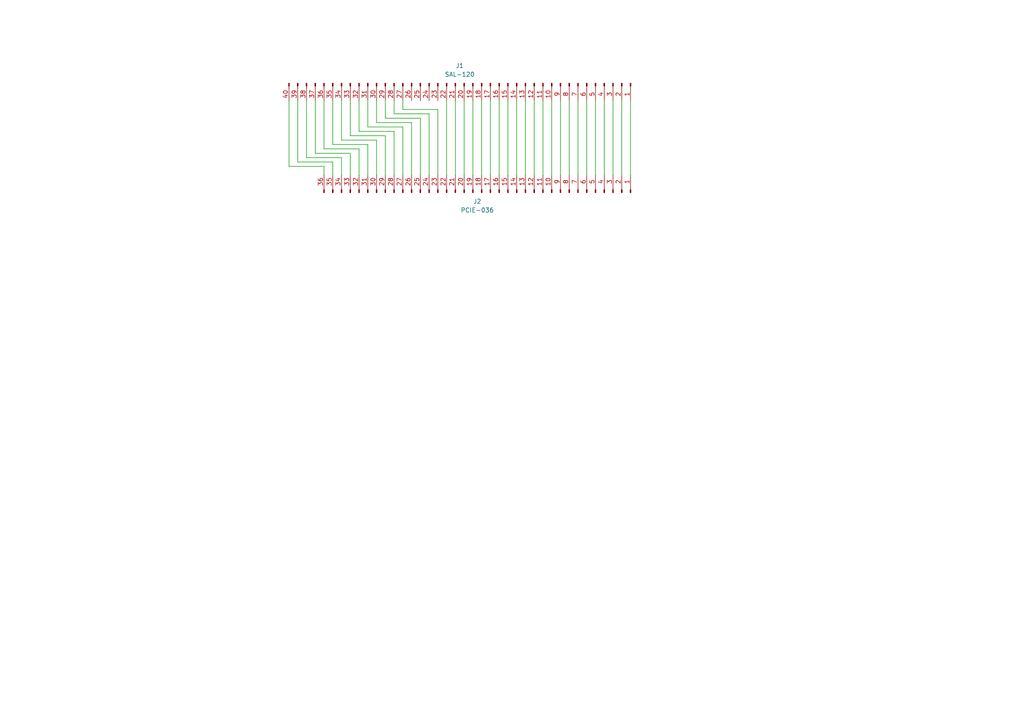
<source format=kicad_sch>
(kicad_sch (version 20250114) (generator "eeschema") (generator_version "9.0")
  (paper "A4")
  (lib_symbols
    (symbol "Connector:Conn_01x36_Pin" (pin_names (offset 1.016) (hide yes))
      (property "Reference" "J" (at 0 45.72 0))
      (property "Value" "Conn_01x36_Pin" (at 0 -48.26 0))
      (symbol "Conn_01x36_Pin_1_1"
        (rectangle (start 0.8636 43.307) (end 0 43.053) (stroke (width 0.1524)) (fill (type outline)))
        (rectangle (start 0.8636 40.767) (end 0 40.513) (stroke (width 0.1524)) (fill (type outline)))
        (rectangle (start 0.8636 38.227) (end 0 37.973) (stroke (width 0.1524)) (fill (type outline)))
        (rectangle (start 0.8636 35.687) (end 0 35.433) (stroke (width 0.1524)) (fill (type outline)))
        (rectangle (start 0.8636 33.147) (end 0 32.893) (stroke (width 0.1524)) (fill (type outline)))
        (rectangle (start 0.8636 30.607) (end 0 30.353) (stroke (width 0.1524)) (fill (type outline)))
        (rectangle (start 0.8636 28.067) (end 0 27.813) (stroke (width 0.1524)) (fill (type outline)))
        (rectangle (start 0.8636 25.527) (end 0 25.273) (stroke (width 0.1524)) (fill (type outline)))
        (rectangle (start 0.8636 22.987) (end 0 22.733) (stroke (width 0.1524)) (fill (type outline)))
        (rectangle (start 0.8636 20.447) (end 0 20.193) (stroke (width 0.1524)) (fill (type outline)))
        (rectangle (start 0.8636 17.907) (end 0 17.653) (stroke (width 0.1524)) (fill (type outline)))
        (rectangle (start 0.8636 15.367) (end 0 15.113) (stroke (width 0.1524)) (fill (type outline)))
        (rectangle (start 0.8636 12.827) (end 0 12.573) (stroke (width 0.1524)) (fill (type outline)))
        (rectangle (start 0.8636 10.287) (end 0 10.033) (stroke (width 0.1524)) (fill (type outline)))
        (rectangle (start 0.8636 7.747) (end 0 7.493) (stroke (width 0.1524)) (fill (type outline)))
        (rectangle (start 0.8636 5.207) (end 0 4.953) (stroke (width 0.1524)) (fill (type outline)))
        (rectangle (start 0.8636 2.667) (end 0 2.413) (stroke (width 0.1524)) (fill (type outline)))
        (rectangle (start 0.8636 0.127) (end 0 -0.127) (stroke (width 0.1524)) (fill (type outline)))
        (rectangle (start 0.8636 -2.413) (end 0 -2.667) (stroke (width 0.1524)) (fill (type outline)))
        (rectangle (start 0.8636 -4.953) (end 0 -5.207) (stroke (width 0.1524)) (fill (type outline)))
        (rectangle (start 0.8636 -7.493) (end 0 -7.747) (stroke (width 0.1524)) (fill (type outline)))
        (rectangle (start 0.8636 -10.033) (end 0 -10.287) (stroke (width 0.1524)) (fill (type outline)))
        (rectangle (start 0.8636 -12.573) (end 0 -12.827) (stroke (width 0.1524)) (fill (type outline)))
        (rectangle (start 0.8636 -15.113) (end 0 -15.367) (stroke (width 0.1524)) (fill (type outline)))
        (rectangle (start 0.8636 -17.653) (end 0 -17.907) (stroke (width 0.1524)) (fill (type outline)))
        (rectangle (start 0.8636 -20.193) (end 0 -20.447) (stroke (width 0.1524)) (fill (type outline)))
        (rectangle (start 0.8636 -22.733) (end 0 -22.987) (stroke (width 0.1524)) (fill (type outline)))
        (rectangle (start 0.8636 -25.273) (end 0 -25.527) (stroke (width 0.1524)) (fill (type outline)))
        (rectangle (start 0.8636 -27.813) (end 0 -28.067) (stroke (width 0.1524)) (fill (type outline)))
        (rectangle (start 0.8636 -30.353) (end 0 -30.607) (stroke (width 0.1524)) (fill (type outline)))
        (rectangle (start 0.8636 -32.893) (end 0 -33.147) (stroke (width 0.1524)) (fill (type outline)))
        (rectangle (start 0.8636 -35.433) (end 0 -35.687) (stroke (width 0.1524)) (fill (type outline)))
        (rectangle (start 0.8636 -37.973) (end 0 -38.227) (stroke (width 0.1524)) (fill (type outline)))
        (rectangle (start 0.8636 -40.513) (end 0 -40.767) (stroke (width 0.1524)) (fill (type outline)))
        (rectangle (start 0.8636 -43.053) (end 0 -43.307) (stroke (width 0.1524)) (fill (type outline)))
        (rectangle (start 0.8636 -45.593) (end 0 -45.847) (stroke (width 0.1524)) (fill (type outline)))
        (polyline (pts (xy 1.27 43.18) (xy 0.8636 43.18)) (stroke (width 0.1524)))
        (polyline (pts (xy 1.27 40.64) (xy 0.8636 40.64)) (stroke (width 0.1524)))
        (polyline (pts (xy 1.27 38.1) (xy 0.8636 38.1)) (stroke (width 0.1524)))
        (polyline (pts (xy 1.27 35.56) (xy 0.8636 35.56)) (stroke (width 0.1524)))
        (polyline (pts (xy 1.27 33.02) (xy 0.8636 33.02)) (stroke (width 0.1524)))
        (polyline (pts (xy 1.27 30.48) (xy 0.8636 30.48)) (stroke (width 0.1524)))
        (polyline (pts (xy 1.27 27.94) (xy 0.8636 27.94)) (stroke (width 0.1524)))
        (polyline (pts (xy 1.27 25.4) (xy 0.8636 25.4)) (stroke (width 0.1524)))
        (polyline (pts (xy 1.27 22.86) (xy 0.8636 22.86)) (stroke (width 0.1524)))
        (polyline (pts (xy 1.27 20.32) (xy 0.8636 20.32)) (stroke (width 0.1524)))
        (polyline (pts (xy 1.27 17.78) (xy 0.8636 17.78)) (stroke (width 0.1524)))
        (polyline (pts (xy 1.27 15.24) (xy 0.8636 15.24)) (stroke (width 0.1524)))
        (polyline (pts (xy 1.27 12.7) (xy 0.8636 12.7)) (stroke (width 0.1524)))
        (polyline (pts (xy 1.27 10.16) (xy 0.8636 10.16)) (stroke (width 0.1524)))
        (polyline (pts (xy 1.27 7.62) (xy 0.8636 7.62)) (stroke (width 0.1524)))
        (polyline (pts (xy 1.27 5.08) (xy 0.8636 5.08)) (stroke (width 0.1524)))
        (polyline (pts (xy 1.27 2.54) (xy 0.8636 2.54)) (stroke (width 0.1524)))
        (polyline (pts (xy 1.27 0) (xy 0.8636 0)) (stroke (width 0.1524)))
        (polyline (pts (xy 1.27 -2.54) (xy 0.8636 -2.54)) (stroke (width 0.1524)))
        (polyline (pts (xy 1.27 -5.08) (xy 0.8636 -5.08)) (stroke (width 0.1524)))
        (polyline (pts (xy 1.27 -7.62) (xy 0.8636 -7.62)) (stroke (width 0.1524)))
        (polyline (pts (xy 1.27 -10.16) (xy 0.8636 -10.16)) (stroke (width 0.1524)))
        (polyline (pts (xy 1.27 -12.7) (xy 0.8636 -12.7)) (stroke (width 0.1524)))
        (polyline (pts (xy 1.27 -15.24) (xy 0.8636 -15.24)) (stroke (width 0.1524)))
        (polyline (pts (xy 1.27 -17.78) (xy 0.8636 -17.78)) (stroke (width 0.1524)))
        (polyline (pts (xy 1.27 -20.32) (xy 0.8636 -20.32)) (stroke (width 0.1524)))
        (polyline (pts (xy 1.27 -22.86) (xy 0.8636 -22.86)) (stroke (width 0.1524)))
        (polyline (pts (xy 1.27 -25.4) (xy 0.8636 -25.4)) (stroke (width 0.1524)))
        (polyline (pts (xy 1.27 -27.94) (xy 0.8636 -27.94)) (stroke (width 0.1524)))
        (polyline (pts (xy 1.27 -30.48) (xy 0.8636 -30.48)) (stroke (width 0.1524)))
        (polyline (pts (xy 1.27 -33.02) (xy 0.8636 -33.02)) (stroke (width 0.1524)))
        (polyline (pts (xy 1.27 -35.56) (xy 0.8636 -35.56)) (stroke (width 0.1524)))
        (polyline (pts (xy 1.27 -38.1) (xy 0.8636 -38.1)) (stroke (width 0.1524)))
        (polyline (pts (xy 1.27 -40.64) (xy 0.8636 -40.64)) (stroke (width 0.1524)))
        (polyline (pts (xy 1.27 -43.18) (xy 0.8636 -43.18)) (stroke (width 0.1524)))
        (polyline (pts (xy 1.27 -45.72) (xy 0.8636 -45.72)) (stroke (width 0.1524)))
        (pin passive line (at 5.08 43.18 180) (length 3.81) (name "Pin_1") (number "1"))
        (pin passive line (at 5.08 40.64 180) (length 3.81) (name "Pin_2") (number "2"))
        (pin passive line (at 5.08 38.1 180) (length 3.81) (name "Pin_3") (number "3"))
        (pin passive line (at 5.08 35.56 180) (length 3.81) (name "Pin_4") (number "4"))
        (pin passive line (at 5.08 33.02 180) (length 3.81) (name "Pin_5") (number "5"))
        (pin passive line (at 5.08 30.48 180) (length 3.81) (name "Pin_6") (number "6"))
        (pin passive line (at 5.08 27.94 180) (length 3.81) (name "Pin_7") (number "7"))
        (pin passive line (at 5.08 25.4 180) (length 3.81) (name "Pin_8") (number "8"))
        (pin passive line (at 5.08 22.86 180) (length 3.81) (name "Pin_9") (number "9"))
        (pin passive line (at 5.08 20.32 180) (length 3.81) (name "Pin_10") (number "10"))
        (pin passive line (at 5.08 17.78 180) (length 3.81) (name "Pin_11") (number "11"))
        (pin passive line (at 5.08 15.24 180) (length 3.81) (name "Pin_12") (number "12"))
        (pin passive line (at 5.08 12.7 180) (length 3.81) (name "Pin_13") (number "13"))
        (pin passive line (at 5.08 10.16 180) (length 3.81) (name "Pin_14") (number "14"))
        (pin passive line (at 5.08 7.62 180) (length 3.81) (name "Pin_15") (number "15"))
        (pin passive line (at 5.08 5.08 180) (length 3.81) (name "Pin_16") (number "16"))
        (pin passive line (at 5.08 2.54 180) (length 3.81) (name "Pin_17") (number "17"))
        (pin passive line (at 5.08 0 180) (length 3.81) (name "Pin_18") (number "18"))
        (pin passive line (at 5.08 -2.54 180) (length 3.81) (name "Pin_19") (number "19"))
        (pin passive line (at 5.08 -5.08 180) (length 3.81) (name "Pin_20") (number "20"))
        (pin passive line (at 5.08 -7.62 180) (length 3.81) (name "Pin_21") (number "21"))
        (pin passive line (at 5.08 -10.16 180) (length 3.81) (name "Pin_22") (number "22"))
        (pin passive line (at 5.08 -12.7 180) (length 3.81) (name "Pin_23") (number "23"))
        (pin passive line (at 5.08 -15.24 180) (length 3.81) (name "Pin_24") (number "24"))
        (pin passive line (at 5.08 -17.78 180) (length 3.81) (name "Pin_25") (number "25"))
        (pin passive line (at 5.08 -20.32 180) (length 3.81) (name "Pin_26") (number "26"))
        (pin passive line (at 5.08 -22.86 180) (length 3.81) (name "Pin_27") (number "27"))
        (pin passive line (at 5.08 -25.4 180) (length 3.81) (name "Pin_28") (number "28"))
        (pin passive line (at 5.08 -27.94 180) (length 3.81) (name "Pin_29") (number "29"))
        (pin passive line (at 5.08 -30.48 180) (length 3.81) (name "Pin_30") (number "30"))
        (pin passive line (at 5.08 -33.02 180) (length 3.81) (name "Pin_31") (number "31"))
        (pin passive line (at 5.08 -35.56 180) (length 3.81) (name "Pin_32") (number "32"))
        (pin passive line (at 5.08 -38.1 180) (length 3.81) (name "Pin_33") (number "33"))
        (pin passive line (at 5.08 -40.64 180) (length 3.81) (name "Pin_34") (number "34"))
        (pin passive line (at 5.08 -43.18 180) (length 3.81) (name "Pin_35") (number "35"))
        (pin passive line (at 5.08 -45.72 180) (length 3.81) (name "Pin_36") (number "36"))
      )
    )
    (symbol "Connector:Conn_01x40_Pin" (pin_names (offset 1.016) (hide yes))
      (property "Reference" "J" (at 0 50.8 0))
      (property "Value" "Conn_01x40_Pin" (at 0 -53.34 0))
      (symbol "Conn_01x40_Pin_1_1"
        (rectangle (start 0.8636 48.387) (end 0 48.133) (stroke (width 0.1524)) (fill (type outline)))
        (rectangle (start 0.8636 45.847) (end 0 45.593) (stroke (width 0.1524)) (fill (type outline)))
        (rectangle (start 0.8636 43.307) (end 0 43.053) (stroke (width 0.1524)) (fill (type outline)))
        (rectangle (start 0.8636 40.767) (end 0 40.513) (stroke (width 0.1524)) (fill (type outline)))
        (rectangle (start 0.8636 38.227) (end 0 37.973) (stroke (width 0.1524)) (fill (type outline)))
        (rectangle (start 0.8636 35.687) (end 0 35.433) (stroke (width 0.1524)) (fill (type outline)))
        (rectangle (start 0.8636 33.147) (end 0 32.893) (stroke (width 0.1524)) (fill (type outline)))
        (rectangle (start 0.8636 30.607) (end 0 30.353) (stroke (width 0.1524)) (fill (type outline)))
        (rectangle (start 0.8636 28.067) (end 0 27.813) (stroke (width 0.1524)) (fill (type outline)))
        (rectangle (start 0.8636 25.527) (end 0 25.273) (stroke (width 0.1524)) (fill (type outline)))
        (rectangle (start 0.8636 22.987) (end 0 22.733) (stroke (width 0.1524)) (fill (type outline)))
        (rectangle (start 0.8636 20.447) (end 0 20.193) (stroke (width 0.1524)) (fill (type outline)))
        (rectangle (start 0.8636 17.907) (end 0 17.653) (stroke (width 0.1524)) (fill (type outline)))
        (rectangle (start 0.8636 15.367) (end 0 15.113) (stroke (width 0.1524)) (fill (type outline)))
        (rectangle (start 0.8636 12.827) (end 0 12.573) (stroke (width 0.1524)) (fill (type outline)))
        (rectangle (start 0.8636 10.287) (end 0 10.033) (stroke (width 0.1524)) (fill (type outline)))
        (rectangle (start 0.8636 7.747) (end 0 7.493) (stroke (width 0.1524)) (fill (type outline)))
        (rectangle (start 0.8636 5.207) (end 0 4.953) (stroke (width 0.1524)) (fill (type outline)))
        (rectangle (start 0.8636 2.667) (end 0 2.413) (stroke (width 0.1524)) (fill (type outline)))
        (rectangle (start 0.8636 0.127) (end 0 -0.127) (stroke (width 0.1524)) (fill (type outline)))
        (rectangle (start 0.8636 -2.413) (end 0 -2.667) (stroke (width 0.1524)) (fill (type outline)))
        (rectangle (start 0.8636 -4.953) (end 0 -5.207) (stroke (width 0.1524)) (fill (type outline)))
        (rectangle (start 0.8636 -7.493) (end 0 -7.747) (stroke (width 0.1524)) (fill (type outline)))
        (rectangle (start 0.8636 -10.033) (end 0 -10.287) (stroke (width 0.1524)) (fill (type outline)))
        (rectangle (start 0.8636 -12.573) (end 0 -12.827) (stroke (width 0.1524)) (fill (type outline)))
        (rectangle (start 0.8636 -15.113) (end 0 -15.367) (stroke (width 0.1524)) (fill (type outline)))
        (rectangle (start 0.8636 -17.653) (end 0 -17.907) (stroke (width 0.1524)) (fill (type outline)))
        (rectangle (start 0.8636 -20.193) (end 0 -20.447) (stroke (width 0.1524)) (fill (type outline)))
        (rectangle (start 0.8636 -22.733) (end 0 -22.987) (stroke (width 0.1524)) (fill (type outline)))
        (rectangle (start 0.8636 -25.273) (end 0 -25.527) (stroke (width 0.1524)) (fill (type outline)))
        (rectangle (start 0.8636 -27.813) (end 0 -28.067) (stroke (width 0.1524)) (fill (type outline)))
        (rectangle (start 0.8636 -30.353) (end 0 -30.607) (stroke (width 0.1524)) (fill (type outline)))
        (rectangle (start 0.8636 -32.893) (end 0 -33.147) (stroke (width 0.1524)) (fill (type outline)))
        (rectangle (start 0.8636 -35.433) (end 0 -35.687) (stroke (width 0.1524)) (fill (type outline)))
        (rectangle (start 0.8636 -37.973) (end 0 -38.227) (stroke (width 0.1524)) (fill (type outline)))
        (rectangle (start 0.8636 -40.513) (end 0 -40.767) (stroke (width 0.1524)) (fill (type outline)))
        (rectangle (start 0.8636 -43.053) (end 0 -43.307) (stroke (width 0.1524)) (fill (type outline)))
        (rectangle (start 0.8636 -45.593) (end 0 -45.847) (stroke (width 0.1524)) (fill (type outline)))
        (rectangle (start 0.8636 -48.133) (end 0 -48.387) (stroke (width 0.1524)) (fill (type outline)))
        (rectangle (start 0.8636 -50.673) (end 0 -50.927) (stroke (width 0.1524)) (fill (type outline)))
        (polyline (pts (xy 1.27 48.26) (xy 0.8636 48.26)) (stroke (width 0.1524)))
        (polyline (pts (xy 1.27 45.72) (xy 0.8636 45.72)) (stroke (width 0.1524)))
        (polyline (pts (xy 1.27 43.18) (xy 0.8636 43.18)) (stroke (width 0.1524)))
        (polyline (pts (xy 1.27 40.64) (xy 0.8636 40.64)) (stroke (width 0.1524)))
        (polyline (pts (xy 1.27 38.1) (xy 0.8636 38.1)) (stroke (width 0.1524)))
        (polyline (pts (xy 1.27 35.56) (xy 0.8636 35.56)) (stroke (width 0.1524)))
        (polyline (pts (xy 1.27 33.02) (xy 0.8636 33.02)) (stroke (width 0.1524)))
        (polyline (pts (xy 1.27 30.48) (xy 0.8636 30.48)) (stroke (width 0.1524)))
        (polyline (pts (xy 1.27 27.94) (xy 0.8636 27.94)) (stroke (width 0.1524)))
        (polyline (pts (xy 1.27 25.4) (xy 0.8636 25.4)) (stroke (width 0.1524)))
        (polyline (pts (xy 1.27 22.86) (xy 0.8636 22.86)) (stroke (width 0.1524)))
        (polyline (pts (xy 1.27 20.32) (xy 0.8636 20.32)) (stroke (width 0.1524)))
        (polyline (pts (xy 1.27 17.78) (xy 0.8636 17.78)) (stroke (width 0.1524)))
        (polyline (pts (xy 1.27 15.24) (xy 0.8636 15.24)) (stroke (width 0.1524)))
        (polyline (pts (xy 1.27 12.7) (xy 0.8636 12.7)) (stroke (width 0.1524)))
        (polyline (pts (xy 1.27 10.16) (xy 0.8636 10.16)) (stroke (width 0.1524)))
        (polyline (pts (xy 1.27 7.62) (xy 0.8636 7.62)) (stroke (width 0.1524)))
        (polyline (pts (xy 1.27 5.08) (xy 0.8636 5.08)) (stroke (width 0.1524)))
        (polyline (pts (xy 1.27 2.54) (xy 0.8636 2.54)) (stroke (width 0.1524)))
        (polyline (pts (xy 1.27 0) (xy 0.8636 0)) (stroke (width 0.1524)))
        (polyline (pts (xy 1.27 -2.54) (xy 0.8636 -2.54)) (stroke (width 0.1524)))
        (polyline (pts (xy 1.27 -5.08) (xy 0.8636 -5.08)) (stroke (width 0.1524)))
        (polyline (pts (xy 1.27 -7.62) (xy 0.8636 -7.62)) (stroke (width 0.1524)))
        (polyline (pts (xy 1.27 -10.16) (xy 0.8636 -10.16)) (stroke (width 0.1524)))
        (polyline (pts (xy 1.27 -12.7) (xy 0.8636 -12.7)) (stroke (width 0.1524)))
        (polyline (pts (xy 1.27 -15.24) (xy 0.8636 -15.24)) (stroke (width 0.1524)))
        (polyline (pts (xy 1.27 -17.78) (xy 0.8636 -17.78)) (stroke (width 0.1524)))
        (polyline (pts (xy 1.27 -20.32) (xy 0.8636 -20.32)) (stroke (width 0.1524)))
        (polyline (pts (xy 1.27 -22.86) (xy 0.8636 -22.86)) (stroke (width 0.1524)))
        (polyline (pts (xy 1.27 -25.4) (xy 0.8636 -25.4)) (stroke (width 0.1524)))
        (polyline (pts (xy 1.27 -27.94) (xy 0.8636 -27.94)) (stroke (width 0.1524)))
        (polyline (pts (xy 1.27 -30.48) (xy 0.8636 -30.48)) (stroke (width 0.1524)))
        (polyline (pts (xy 1.27 -33.02) (xy 0.8636 -33.02)) (stroke (width 0.1524)))
        (polyline (pts (xy 1.27 -35.56) (xy 0.8636 -35.56)) (stroke (width 0.1524)))
        (polyline (pts (xy 1.27 -38.1) (xy 0.8636 -38.1)) (stroke (width 0.1524)))
        (polyline (pts (xy 1.27 -40.64) (xy 0.8636 -40.64)) (stroke (width 0.1524)))
        (polyline (pts (xy 1.27 -43.18) (xy 0.8636 -43.18)) (stroke (width 0.1524)))
        (polyline (pts (xy 1.27 -45.72) (xy 0.8636 -45.72)) (stroke (width 0.1524)))
        (polyline (pts (xy 1.27 -48.26) (xy 0.8636 -48.26)) (stroke (width 0.1524)))
        (polyline (pts (xy 1.27 -50.8) (xy 0.8636 -50.8)) (stroke (width 0.1524)))
        (pin passive line (at 5.08 48.26 180) (length 3.81) (name "Pin_1") (number "1"))
        (pin passive line (at 5.08 45.72 180) (length 3.81) (name "Pin_2") (number "2"))
        (pin passive line (at 5.08 43.18 180) (length 3.81) (name "Pin_3") (number "3"))
        (pin passive line (at 5.08 40.64 180) (length 3.81) (name "Pin_4") (number "4"))
        (pin passive line (at 5.08 38.1 180) (length 3.81) (name "Pin_5") (number "5"))
        (pin passive line (at 5.08 35.56 180) (length 3.81) (name "Pin_6") (number "6"))
        (pin passive line (at 5.08 33.02 180) (length 3.81) (name "Pin_7") (number "7"))
        (pin passive line (at 5.08 30.48 180) (length 3.81) (name "Pin_8") (number "8"))
        (pin passive line (at 5.08 27.94 180) (length 3.81) (name "Pin_9") (number "9"))
        (pin passive line (at 5.08 25.4 180) (length 3.81) (name "Pin_10") (number "10"))
        (pin passive line (at 5.08 22.86 180) (length 3.81) (name "Pin_11") (number "11"))
        (pin passive line (at 5.08 20.32 180) (length 3.81) (name "Pin_12") (number "12"))
        (pin passive line (at 5.08 17.78 180) (length 3.81) (name "Pin_13") (number "13"))
        (pin passive line (at 5.08 15.24 180) (length 3.81) (name "Pin_14") (number "14"))
        (pin passive line (at 5.08 12.7 180) (length 3.81) (name "Pin_15") (number "15"))
        (pin passive line (at 5.08 10.16 180) (length 3.81) (name "Pin_16") (number "16"))
        (pin passive line (at 5.08 7.62 180) (length 3.81) (name "Pin_17") (number "17"))
        (pin passive line (at 5.08 5.08 180) (length 3.81) (name "Pin_18") (number "18"))
        (pin passive line (at 5.08 2.54 180) (length 3.81) (name "Pin_19") (number "19"))
        (pin passive line (at 5.08 0 180) (length 3.81) (name "Pin_20") (number "20"))
        (pin passive line (at 5.08 -2.54 180) (length 3.81) (name "Pin_21") (number "21"))
        (pin passive line (at 5.08 -5.08 180) (length 3.81) (name "Pin_22") (number "22"))
        (pin passive line (at 5.08 -7.62 180) (length 3.81) (name "Pin_23") (number "23"))
        (pin passive line (at 5.08 -10.16 180) (length 3.81) (name "Pin_24") (number "24"))
        (pin passive line (at 5.08 -12.7 180) (length 3.81) (name "Pin_25") (number "25"))
        (pin passive line (at 5.08 -15.24 180) (length 3.81) (name "Pin_26") (number "26"))
        (pin passive line (at 5.08 -17.78 180) (length 3.81) (name "Pin_27") (number "27"))
        (pin passive line (at 5.08 -20.32 180) (length 3.81) (name "Pin_28") (number "28"))
        (pin passive line (at 5.08 -22.86 180) (length 3.81) (name "Pin_29") (number "29"))
        (pin passive line (at 5.08 -25.4 180) (length 3.81) (name "Pin_30") (number "30"))
        (pin passive line (at 5.08 -27.94 180) (length 3.81) (name "Pin_31") (number "31"))
        (pin passive line (at 5.08 -30.48 180) (length 3.81) (name "Pin_32") (number "32"))
        (pin passive line (at 5.08 -33.02 180) (length 3.81) (name "Pin_33") (number "33"))
        (pin passive line (at 5.08 -35.56 180) (length 3.81) (name "Pin_34") (number "34"))
        (pin passive line (at 5.08 -38.1 180) (length 3.81) (name "Pin_35") (number "35"))
        (pin passive line (at 5.08 -40.64 180) (length 3.81) (name "Pin_36") (number "36"))
        (pin passive line (at 5.08 -43.18 180) (length 3.81) (name "Pin_37") (number "37"))
        (pin passive line (at 5.08 -45.72 180) (length 3.81) (name "Pin_38") (number "38"))
        (pin passive line (at 5.08 -48.26 180) (length 3.81) (name "Pin_39") (number "39"))
        (pin passive line (at 5.08 -50.8 180) (length 3.81) (name "Pin_40") (number "40"))
      )
    )
  )
  (wire (pts (xy 101.6 50.8) (xy 101.6 44.45)))
  (wire (pts (xy 142.24 29.21) (xy 142.24 50.8)))
  (wire (pts (xy 104.14 50.8) (xy 104.14 43.18)))
  (wire (pts (xy 111.76 50.8) (xy 111.76 39.37)))
  (wire (pts (xy 109.22 40.64) (xy 99.06 40.64)))
  (wire (pts (xy 132.08 29.21) (xy 132.08 50.8)))
  (wire (pts (xy 93.98 43.18) (xy 93.98 29.21)))
  (wire (pts (xy 134.62 29.21) (xy 134.62 50.8)))
  (wire (pts (xy 86.36 46.99) (xy 86.36 29.21)))
  (wire (pts (xy 144.78 29.21) (xy 144.78 50.8)))
  (wire (pts (xy 137.16 29.21) (xy 137.16 50.8)))
  (wire (pts (xy 175.26 29.21) (xy 175.26 50.8)))
  (wire (pts (xy 88.9 45.72) (xy 88.9 29.21)))
  (wire (pts (xy 167.64 29.21) (xy 167.64 50.8)))
  (wire (pts (xy 160.02 29.21) (xy 160.02 50.8)))
  (wire (pts (xy 119.38 35.56) (xy 109.22 35.56)))
  (wire (pts (xy 106.68 50.8) (xy 106.68 41.91)))
  (wire (pts (xy 127 50.8) (xy 127 31.75)))
  (wire (pts (xy 111.76 34.29) (xy 111.76 29.21)))
  (wire (pts (xy 109.22 50.8) (xy 109.22 40.64)))
  (wire (pts (xy 96.52 50.8) (xy 96.52 46.99)))
  (wire (pts (xy 111.76 39.37) (xy 101.6 39.37)))
  (wire (pts (xy 172.72 29.21) (xy 172.72 50.8)))
  (wire (pts (xy 109.22 29.21) (xy 109.22 35.56)))
  (wire (pts (xy 121.92 34.29) (xy 111.76 34.29)))
  (wire (pts (xy 127 31.75) (xy 116.84 31.75)))
  (wire (pts (xy 139.7 29.21) (xy 139.7 50.8)))
  (wire (pts (xy 121.92 50.8) (xy 121.92 34.29)))
  (wire (pts (xy 99.06 40.64) (xy 99.06 29.21)))
  (wire (pts (xy 116.84 31.75) (xy 116.84 29.21)))
  (wire (pts (xy 165.1 29.21) (xy 165.1 50.8)))
  (wire (pts (xy 124.46 33.02) (xy 114.3 33.02)))
  (wire (pts (xy 96.52 41.91) (xy 96.52 29.21)))
  (wire (pts (xy 114.3 38.1) (xy 104.14 38.1)))
  (wire (pts (xy 106.68 41.91) (xy 96.52 41.91)))
  (wire (pts (xy 99.06 50.8) (xy 99.06 45.72)))
  (wire (pts (xy 99.06 45.72) (xy 88.9 45.72)))
  (wire (pts (xy 129.54 29.21) (xy 129.54 50.8)))
  (wire (pts (xy 170.18 29.21) (xy 170.18 50.8)))
  (wire (pts (xy 177.8 29.21) (xy 177.8 50.8)))
  (wire (pts (xy 104.14 43.18) (xy 93.98 43.18)))
  (wire (pts (xy 116.84 36.83) (xy 106.68 36.83)))
  (wire (pts (xy 91.44 44.45) (xy 91.44 29.21)))
  (wire (pts (xy 182.88 29.21) (xy 182.88 50.8)))
  (wire (pts (xy 83.82 48.26) (xy 83.82 29.21)))
  (wire (pts (xy 152.4 29.21) (xy 152.4 50.8)))
  (wire (pts (xy 106.68 36.83) (xy 106.68 29.21)))
  (wire (pts (xy 104.14 38.1) (xy 104.14 29.21)))
  (wire (pts (xy 124.46 50.8) (xy 124.46 33.02)))
  (wire (pts (xy 149.86 29.21) (xy 149.86 50.8)))
  (wire (pts (xy 157.48 29.21) (xy 157.48 50.8)))
  (wire (pts (xy 162.56 29.21) (xy 162.56 50.8)))
  (wire (pts (xy 114.3 50.8) (xy 114.3 38.1)))
  (wire (pts (xy 101.6 44.45) (xy 91.44 44.45)))
  (wire (pts (xy 147.32 29.21) (xy 147.32 50.8)))
  (wire (pts (xy 116.84 50.8) (xy 116.84 36.83)))
  (wire (pts (xy 119.38 50.8) (xy 119.38 35.56)))
  (wire (pts (xy 101.6 39.37) (xy 101.6 29.21)))
  (wire (pts (xy 93.98 48.26) (xy 83.82 48.26)))
  (wire (pts (xy 180.34 29.21) (xy 180.34 50.8)))
  (wire (pts (xy 114.3 33.02) (xy 114.3 29.21)))
  (wire (pts (xy 93.98 50.8) (xy 93.98 48.26)))
  (wire (pts (xy 154.94 29.21) (xy 154.94 50.8)))
  (wire (pts (xy 96.52 46.99) (xy 86.36 46.99)))
  (symbol (lib_id "Connector:Conn_01x40_Pin") (at 134.62 24.13 270) (unit 1)
    (property "Reference" "J1" (at 133.35 19.05 90))
    (property "Value" "SAL-120" (at 133.35 21.59 90))
    (property "Footprint" "Custom_Library:Samtec_pcie-SAL120" (effects (hide yes)))
    (property "Description" "Generic connector, single row, 01x40, script generated" (effects (hide yes)))
  )
  (symbol (lib_id "Connector:Conn_01x36_Pin") (at 139.7 55.88 270) (mirror x) (unit 1)
    (property "Reference" "J2" (at 138.43 58.42 90))
    (property "Value" "PCIE-036" (at 138.43 60.96 90))
    (property "Footprint" "Custom_Library:Samtec_pcie-036" (effects (hide yes)))
    (property "Description" "Generic connector, single row, 01x36, script generated" (effects (hide yes)))
  )
)
</source>
